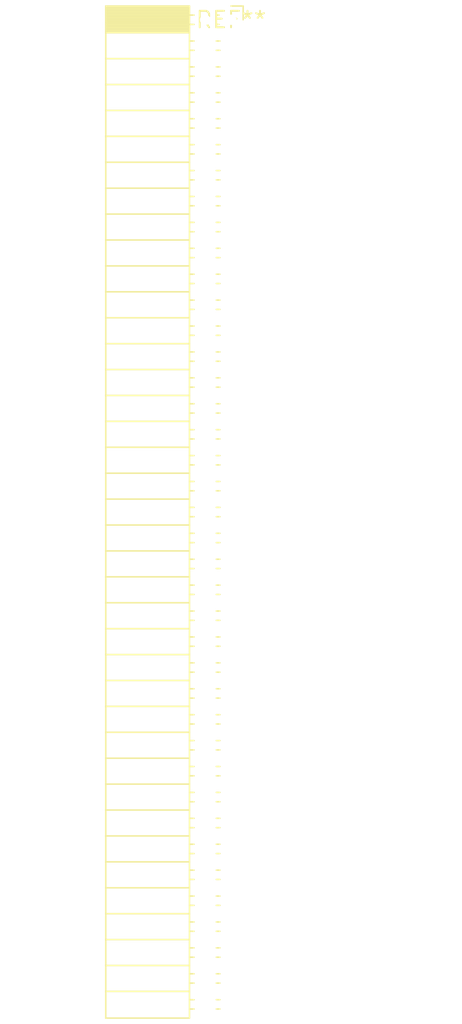
<source format=kicad_pcb>
(kicad_pcb (version 20240108) (generator pcbnew)
  (layers (0 "F.Cu" signal) (31 "B.Cu" signal) (34 "B.Paste" user) (35 "F.Paste" user) (36 "B.SilkS" user "B.Silkscreen") (37 "F.SilkS" user "F.Silkscreen") (38 "B.Mask" user) (39 "F.Mask" user) (44 "Edge.Cuts" user))
  (net 0 "")
  (footprint "PinSocket_2x39_P2.00mm_Horizontal" (layer "F.Cu") (at 0 0)
    (property "Reference" "REF**")
    (property "Value" "PinSocket_2x39_P2.00mm_Horizontal")
    (fp_line (start -9.68 -1.06) (end -9.68 77.06) (layer "F.SilkS") (stroke (width 0.12)))
    (fp_line (start -9.68 -1.06) (end -3.21 -1.06) (layer "F.SilkS") (stroke (width 0.12)))
    (fp_line (start -9.68 -0.94) (end -3.21 -0.94) (layer "F.SilkS") (stroke (width 0.12)))
    (fp_line (start -9.68 -0.825882) (end -3.21 -0.825882) (layer "F.SilkS") (stroke (width 0.12)))
    (fp_line (start -9.68 -0.711764) (end -3.21 -0.711764) (layer "F.SilkS") (stroke (width 0.12)))
    (fp_line (start -9.68 -0.597646) (end -3.21 -0.597646) (layer "F.SilkS") (stroke (width 0.12)))
    (fp_line (start -9.68 -0.483528) (end -3.21 -0.483528) (layer "F.SilkS") (stroke (width 0.12)))
    (fp_line (start -9.68 -0.36941) (end -3.21 -0.36941) (layer "F.SilkS") (stroke (width 0.12)))
    (fp_line (start -9.68 -0.255292) (end -3.21 -0.255292) (layer "F.SilkS") (stroke (width 0.12)))
    (fp_line (start -9.68 -0.141174) (end -3.21 -0.141174) (layer "F.SilkS") (stroke (width 0.12)))
    (fp_line (start -9.68 -0.027056) (end -3.21 -0.027056) (layer "F.SilkS") (stroke (width 0.12)))
    (fp_line (start -9.68 0.087062) (end -3.21 0.087062) (layer "F.SilkS") (stroke (width 0.12)))
    (fp_line (start -9.68 0.20118) (end -3.21 0.20118) (layer "F.SilkS") (stroke (width 0.12)))
    (fp_line (start -9.68 0.315298) (end -3.21 0.315298) (layer "F.SilkS") (stroke (width 0.12)))
    (fp_line (start -9.68 0.429416) (end -3.21 0.429416) (layer "F.SilkS") (stroke (width 0.12)))
    (fp_line (start -9.68 0.543534) (end -3.21 0.543534) (layer "F.SilkS") (stroke (width 0.12)))
    (fp_line (start -9.68 0.657652) (end -3.21 0.657652) (layer "F.SilkS") (stroke (width 0.12)))
    (fp_line (start -9.68 0.77177) (end -3.21 0.77177) (layer "F.SilkS") (stroke (width 0.12)))
    (fp_line (start -9.68 0.885888) (end -3.21 0.885888) (layer "F.SilkS") (stroke (width 0.12)))
    (fp_line (start -9.68 1) (end -3.21 1) (layer "F.SilkS") (stroke (width 0.12)))
    (fp_line (start -9.68 3) (end -3.21 3) (layer "F.SilkS") (stroke (width 0.12)))
    (fp_line (start -9.68 5) (end -3.21 5) (layer "F.SilkS") (stroke (width 0.12)))
    (fp_line (start -9.68 7) (end -3.21 7) (layer "F.SilkS") (stroke (width 0.12)))
    (fp_line (start -9.68 9) (end -3.21 9) (layer "F.SilkS") (stroke (width 0.12)))
    (fp_line (start -9.68 11) (end -3.21 11) (layer "F.SilkS") (stroke (width 0.12)))
    (fp_line (start -9.68 13) (end -3.21 13) (layer "F.SilkS") (stroke (width 0.12)))
    (fp_line (start -9.68 15) (end -3.21 15) (layer "F.SilkS") (stroke (width 0.12)))
    (fp_line (start -9.68 17) (end -3.21 17) (layer "F.SilkS") (stroke (width 0.12)))
    (fp_line (start -9.68 19) (end -3.21 19) (layer "F.SilkS") (stroke (width 0.12)))
    (fp_line (start -9.68 21) (end -3.21 21) (layer "F.SilkS") (stroke (width 0.12)))
    (fp_line (start -9.68 23) (end -3.21 23) (layer "F.SilkS") (stroke (width 0.12)))
    (fp_line (start -9.68 25) (end -3.21 25) (layer "F.SilkS") (stroke (width 0.12)))
    (fp_line (start -9.68 27) (end -3.21 27) (layer "F.SilkS") (stroke (width 0.12)))
    (fp_line (start -9.68 29) (end -3.21 29) (layer "F.SilkS") (stroke (width 0.12)))
    (fp_line (start -9.68 31) (end -3.21 31) (layer "F.SilkS") (stroke (width 0.12)))
    (fp_line (start -9.68 33) (end -3.21 33) (layer "F.SilkS") (stroke (width 0.12)))
    (fp_line (start -9.68 35) (end -3.21 35) (layer "F.SilkS") (stroke (width 0.12)))
    (fp_line (start -9.68 37) (end -3.21 37) (layer "F.SilkS") (stroke (width 0.12)))
    (fp_line (start -9.68 39) (end -3.21 39) (layer "F.SilkS") (stroke (width 0.12)))
    (fp_line (start -9.68 41) (end -3.21 41) (layer "F.SilkS") (stroke (width 0.12)))
    (fp_line (start -9.68 43) (end -3.21 43) (layer "F.SilkS") (stroke (width 0.12)))
    (fp_line (start -9.68 45) (end -3.21 45) (layer "F.SilkS") (stroke (width 0.12)))
    (fp_line (start -9.68 47) (end -3.21 47) (layer "F.SilkS") (stroke (width 0.12)))
    (fp_line (start -9.68 49) (end -3.21 49) (layer "F.SilkS") (stroke (width 0.12)))
    (fp_line (start -9.68 51) (end -3.21 51) (layer "F.SilkS") (stroke (width 0.12)))
    (fp_line (start -9.68 53) (end -3.21 53) (layer "F.SilkS") (stroke (width 0.12)))
    (fp_line (start -9.68 55) (end -3.21 55) (layer "F.SilkS") (stroke (width 0.12)))
    (fp_line (start -9.68 57) (end -3.21 57) (layer "F.SilkS") (stroke (width 0.12)))
    (fp_line (start -9.68 59) (end -3.21 59) (layer "F.SilkS") (stroke (width 0.12)))
    (fp_line (start -9.68 61) (end -3.21 61) (layer "F.SilkS") (stroke (width 0.12)))
    (fp_line (start -9.68 63) (end -3.21 63) (layer "F.SilkS") (stroke (width 0.12)))
    (fp_line (start -9.68 65) (end -3.21 65) (layer "F.SilkS") (stroke (width 0.12)))
    (fp_line (start -9.68 67) (end -3.21 67) (layer "F.SilkS") (stroke (width 0.12)))
    (fp_line (start -9.68 69) (end -3.21 69) (layer "F.SilkS") (stroke (width 0.12)))
    (fp_line (start -9.68 71) (end -3.21 71) (layer "F.SilkS") (stroke (width 0.12)))
    (fp_line (start -9.68 73) (end -3.21 73) (layer "F.SilkS") (stroke (width 0.12)))
    (fp_line (start -9.68 75) (end -3.21 75) (layer "F.SilkS") (stroke (width 0.12)))
    (fp_line (start -9.68 77.06) (end -3.21 77.06) (layer "F.SilkS") (stroke (width 0.12)))
    (fp_line (start -3.21 -1.06) (end -3.21 77.06) (layer "F.SilkS") (stroke (width 0.12)))
    (fp_line (start -3.21 -0.36) (end -2.862917 -0.36) (layer "F.SilkS") (stroke (width 0.12)))
    (fp_line (start -3.21 0.36) (end -2.862917 0.36) (layer "F.SilkS") (stroke (width 0.12)))
    (fp_line (start -3.21 1.64) (end -2.862917 1.64) (layer "F.SilkS") (stroke (width 0.12)))
    (fp_line (start -3.21 2.36) (end -2.862917 2.36) (layer "F.SilkS") (stroke (width 0.12)))
    (fp_line (start -3.21 3.64) (end -2.862917 3.64) (layer "F.SilkS") (stroke (width 0.12)))
    (fp_line (start -3.21 4.36) (end -2.862917 4.36) (layer "F.SilkS") (stroke (width 0.12)))
    (fp_line (start -3.21 5.64) (end -2.862917 5.64) (layer "F.SilkS") (stroke (width 0.12)))
    (fp_line (start -3.21 6.36) (end -2.862917 6.36) (layer "F.SilkS") (stroke (width 0.12)))
    (fp_line (start -3.21 7.64) (end -2.862917 7.64) (layer "F.SilkS") (stroke (width 0.12)))
    (fp_line (start -3.21 8.36) (end -2.862917 8.36) (layer "F.SilkS") (stroke (width 0.12)))
    (fp_line (start -3.21 9.64) (end -2.862917 9.64) (layer "F.SilkS") (stroke (width 0.12)))
    (fp_line (start -3.21 10.36) (end -2.862917 10.36) (layer "F.SilkS") (stroke (width 0.12)))
    (fp_line (start -3.21 11.64) (end -2.862917 11.64) (layer "F.SilkS") (stroke (width 0.12)))
    (fp_line (start -3.21 12.36) (end -2.862917 12.36) (layer "F.SilkS") (stroke (width 0.12)))
    (fp_line (start -3.21 13.64) (end -2.862917 13.64) (layer "F.SilkS") (stroke (width 0.12)))
    (fp_line (start -3.21 14.36) (end -2.862917 14.36) (layer "F.SilkS") (stroke (width 0.12)))
    (fp_line (start -3.21 15.64) (end -2.862917 15.64) (layer "F.SilkS") (stroke (width 0.12)))
    (fp_line (start -3.21 16.36) (end -2.862917 16.36) (layer "F.SilkS") (stroke (width 0.12)))
    (fp_line (start -3.21 17.64) (end -2.862917 17.64) (layer "F.SilkS") (stroke (width 0.12)))
    (fp_line (start -3.21 18.36) (end -2.862917 18.36) (layer "F.SilkS") (stroke (width 0.12)))
    (fp_line (start -3.21 19.64) (end -2.862917 19.64) (layer "F.SilkS") (stroke (width 0.12)))
    (fp_line (start -3.21 20.36) (end -2.862917 20.36) (layer "F.SilkS") (stroke (width 0.12)))
    (fp_line (start -3.21 21.64) (end -2.862917 21.64) (layer "F.SilkS") (stroke (width 0.12)))
    (fp_line (start -3.21 22.36) (end -2.862917 22.36) (layer "F.SilkS") (stroke (width 0.12)))
    (fp_line (start -3.21 23.64) (end -2.862917 23.64) (layer "F.SilkS") (stroke (width 0.12)))
    (fp_line (start -3.21 24.36) (end -2.862917 24.36) (layer "F.SilkS") (stroke (width 0.12)))
    (fp_line (start -3.21 25.64) (end -2.862917 25.64) (layer "F.SilkS") (stroke (width 0.12)))
    (fp_line (start -3.21 26.36) (end -2.862917 26.36) (layer "F.SilkS") (stroke (width 0.12)))
    (fp_line (start -3.21 27.64) (end -2.862917 27.64) (layer "F.SilkS") (stroke (width 0.12)))
    (fp_line (start -3.21 28.36) (end -2.862917 28.36) (layer "F.SilkS") (stroke (width 0.12)))
    (fp_line (start -3.21 29.64) (end -2.862917 29.64) (layer "F.SilkS") (stroke (width 0.12)))
    (fp_line (start -3.21 30.36) (end -2.862917 30.36) (layer "F.SilkS") (stroke (width 0.12)))
    (fp_line (start -3.21 31.64) (end -2.862917 31.64) (layer "F.SilkS") (stroke (width 0.12)))
    (fp_line (start -3.21 32.36) (end -2.862917 32.36) (layer "F.SilkS") (stroke (width 0.12)))
    (fp_line (start -3.21 33.64) (end -2.862917 33.64) (layer "F.SilkS") (stroke (width 0.12)))
    (fp_line (start -3.21 34.36) (end -2.862917 34.36) (layer "F.SilkS") (stroke (width 0.12)))
    (fp_line (start -3.21 35.64) (end -2.862917 35.64) (layer "F.SilkS") (stroke (width 0.12)))
    (fp_line (start -3.21 36.36) (end -2.862917 36.36) (layer "F.SilkS") (stroke (width 0.12)))
    (fp_line (start -3.21 37.64) (end -2.862917 37.64) (layer "F.SilkS") (stroke (width 0.12)))
    (fp_line (start -3.21 38.36) (end -2.862917 38.36) (layer "F.SilkS") (stroke (width 0.12)))
    (fp_line (start -3.21 39.64) (end -2.862917 39.64) (layer "F.SilkS") (stroke (width 0.12)))
    (fp_line (start -3.21 40.36) (end -2.862917 40.36) (layer "F.SilkS") (stroke (width 0.12)))
    (fp_line (start -3.21 41.64) (end -2.862917 41.64) (layer "F.SilkS") (stroke (width 0.12)))
    (fp_line (start -3.21 42.36) (end -2.862917 42.36) (layer "F.SilkS") (stroke (width 0.12)))
    (fp_line (start -3.21 43.64) (end -2.862917 43.64) (layer "F.SilkS") (stroke (width 0.12)))
    (fp_line (start -3.21 44.36) (end -2.862917 44.36) (layer "F.SilkS") (stroke (width 0.12)))
    (fp_line (start -3.21 45.64) (end -2.862917 45.64) (layer "F.SilkS") (stroke (width 0.12)))
    (fp_line (start -3.21 46.36) (end -2.862917 46.36) (layer "F.SilkS") (stroke (width 0.12)))
    (fp_line (start -3.21 47.64) (end -2.862917 47.64) (layer "F.SilkS") (stroke (width 0.12)))
    (fp_line (start -3.21 48.36) (end -2.862917 48.36) (layer "F.SilkS") (stroke (width 0.12)))
    (fp_line (start -3.21 49.64) (end -2.862917 49.64) (layer "F.SilkS") (stroke (width 0.12)))
    (fp_line (start -3.21 50.36) (end -2.862917 50.36) (layer "F.SilkS") (stroke (width 0.12)))
    (fp_line (start -3.21 51.64) (end -2.862917 51.64) (layer "F.SilkS") (stroke (width 0.12)))
    (fp_line (start -3.21 52.36) (end -2.862917 52.36) (layer "F.SilkS") (stroke (width 0.12)))
    (fp_line (start -3.21 53.64) (end -2.862917 53.64) (layer "F.SilkS") (stroke (width 0.12)))
    (fp_line (start -3.21 54.36) (end -2.862917 54.36) (layer "F.SilkS") (stroke (width 0.12)))
    (fp_line (start -3.21 55.64) (end -2.862917 55.64) (layer "F.SilkS") (stroke (width 0.12)))
    (fp_line (start -3.21 56.36) (end -2.862917 56.36) (layer "F.SilkS") (stroke (width 0.12)))
    (fp_line (start -3.21 57.64) (end -2.862917 57.64) (layer "F.SilkS") (stroke (width 0.12)))
    (fp_line (start -3.21 58.36) (end -2.862917 58.36) (layer "F.SilkS") (stroke (width 0.12)))
    (fp_line (start -3.21 59.64) (end -2.862917 59.64) (layer "F.SilkS") (stroke (width 0.12)))
    (fp_line (start -3.21 60.36) (end -2.862917 60.36) (layer "F.SilkS") (stroke (width 0.12)))
    (fp_line (start -3.21 61.64) (end -2.862917 61.64) (layer "F.SilkS") (stroke (width 0.12)))
    (fp_line (start -3.21 62.36) (end -2.862917 62.36) (layer "F.SilkS") (stroke (width 0.12)))
    (fp_line (start -3.21 63.64) (end -2.862917 63.64) (layer "F.SilkS") (stroke (width 0.12)))
    (fp_line (start -3.21 64.36) (end -2.862917 64.36) (layer "F.SilkS") (stroke (width 0.12)))
    (fp_line (start -3.21 65.64) (end -2.862917 65.64) (layer "F.SilkS") (stroke (width 0.12)))
    (fp_line (start -3.21 66.36) (end -2.862917 66.36) (layer "F.SilkS") (stroke (width 0.12)))
    (fp_line (start -3.21 67.64) (end -2.862917 67.64) (layer "F.SilkS") (stroke (width 0.12)))
    (fp_line (start -3.21 68.36) (end -2.862917 68.36) (layer "F.SilkS") (stroke (width 0.12)))
    (fp_line (start -3.21 69.64) (end -2.862917 69.64) (layer "F.SilkS") (stroke (width 0.12)))
    (fp_line (start -3.21 70.36) (end -2.862917 70.36) (layer "F.SilkS") (stroke (width 0.12)))
    (fp_line (start -3.21 71.64) (end -2.862917 71.64) (layer "F.SilkS") (stroke (width 0.12)))
    (fp_line (start -3.21 72.36) (end -2.862917 72.36) (layer "F.SilkS") (stroke (width 0.12)))
    (fp_line (start -3.21 73.64) (end -2.862917 73.64) (layer "F.SilkS") (stroke (width 0.12)))
    (fp_line (start -3.21 74.36) (end -2.862917 74.36) (layer "F.SilkS") (stroke (width 0.12)))
    (fp_line (start -3.21 75.64) (end -2.862917 75.64) (layer "F.SilkS") (stroke (width 0.12)))
    (fp_line (start -3.21 76.36) (end -2.862917 76.36) (layer "F.SilkS") (stroke (width 0.12)))
    (fp_line (start -1.137083 -0.36) (end -0.935 -0.36) (layer "F.SilkS") (stroke (width 0.12)))
    (fp_line (start -1.137083 0.36) (end -0.935 0.36) (layer "F.SilkS") (stroke (width 0.12)))
    (fp_line (start -1.137083 1.64) (end -0.862917 1.64) (layer "F.SilkS") (stroke (width 0.12)))
    (fp_line (start -1.137083 2.36) (end -0.862917 2.36) (layer "F.SilkS") (stroke (width 0.12)))
    (fp_line (start -1.137083 3.64) (end -0.862917 3.64) (layer "F.SilkS") (stroke (width 0.12)))
    (fp_line (start -1.137083 4.36) (end -0.862917 4.36) (layer "F.SilkS") (stroke (width 0.12)))
    (fp_line (start -1.137083 5.64) (end -0.862917 5.64) (layer "F.SilkS") (stroke (width 0.12)))
    (fp_line (start -1.137083 6.36) (end -0.862917 6.36) (layer "F.SilkS") (stroke (width 0.12)))
    (fp_line (start -1.137083 7.64) (end -0.862917 7.64) (layer "F.SilkS") (stroke (width 0.12)))
    (fp_line (start -1.137083 8.36) (end -0.862917 8.36) (layer "F.SilkS") (stroke (width 0.12)))
    (fp_line (start -1.137083 9.64) (end -0.862917 9.64) (layer "F.SilkS") (stroke (width 0.12)))
    (fp_line (start -1.137083 10.36) (end -0.862917 10.36) (layer "F.SilkS") (stroke (width 0.12)))
    (fp_line (start -1.137083 11.64) (end -0.862917 11.64) (layer "F.SilkS") (stroke (width 0.12)))
    (fp_line (start -1.137083 12.36) (end -0.862917 12.36) (layer "F.SilkS") (stroke (width 0.12)))
    (fp_line (start -1.137083 13.64) (end -0.862917 13.64) (layer "F.SilkS") (stroke (width 0.12)))
    (fp_line (start -1.137083 14.36) (end -0.862917 14.36) (layer "F.SilkS") (stroke (width 0.12)))
    (fp_line (start -1.137083 15.64) (end -0.862917 15.64) (layer "F.SilkS") (stroke (width 0.12)))
    (fp_line (start -1.137083 16.36) (end -0.862917 16.36) (layer "F.SilkS") (stroke (width 0.12)))
    (fp_line (start -1.137083 17.64) (end -0.862917 17.64) (layer "F.SilkS") (stroke (width 0.12)))
    (fp_line (start -1.137083 18.36) (end -0.862917 18.36) (layer "F.SilkS") (stroke (width 0.12)))
    (fp_line (start -1.137083 19.64) (end -0.862917 19.64) (layer "F.SilkS") (stroke (width 0.12)))
    (fp_line (start -1.137083 20.36) (end -0.862917 20.36) (layer "F.SilkS") (stroke (width 0.12)))
    (fp_line (start -1.137083 21.64) (end -0.862917 21.64) (layer "F.SilkS") (stroke (width 0.12)))
    (fp_line (start -1.137083 22.36) (end -0.862917 22.36) (layer "F.SilkS") (stroke (width 0.12)))
    (fp_line (start -1.137083 23.64) (end -0.862917 23.64) (layer "F.SilkS") (stroke (width 0.12)))
    (fp_line (start -1.137083 24.36) (end -0.862917 24.36) (layer "F.SilkS") (stroke (width 0.12)))
    (fp_line (start -1.137083 25.64) (end -0.862917 25.64) (layer "F.SilkS") (stroke (width 0.12)))
    (fp_line (start -1.137083 26.36) (end -0.862917 26.36) (layer "F.SilkS") (stroke (width 0.12)))
    (fp_line (start -1.137083 27.64) (end -0.862917 27.64) (layer "F.SilkS") (stroke (width 0.12)))
    (fp_line (start -1.137083 28.36) (end -0.862917 28.36) (layer "F.SilkS") (stroke (width 0.12)))
    (fp_line (start -1.137083 29.64) (end -0.862917 29.64) (layer "F.SilkS") (stroke (width 0.12)))
    (fp_line (start -1.137083 30.36) (end -0.862917 30.36) (layer "F.SilkS") (stroke (width 0.12)))
    (fp_line (start -1.137083 31.64) (end -0.862917 31.64) (layer "F.SilkS") (stroke (width 0.12)))
    (fp_line (start -1.137083 32.36) (end -0.862917 32.36) (layer "F.SilkS") (stroke (width 0.12)))
    (fp_line (start -1.137083 33.64) (end -0.862917 33.64) (layer "F.SilkS") (stroke (width 0.12)))
    (fp_line (start -1.137083 34.36) (end -0.862917 34.36) (layer "F.SilkS") (stroke (width 0.12)))
    (fp_line (start -1.137083 35.64) (end -0.862917 35.64) (layer "F.SilkS") (stroke (width 0.12)))
    (fp_line (start -1.137083 36.36) (end -0.862917 36.36) (layer "F.SilkS") (stroke (width 0.12)))
    (fp_line (start -1.137083 37.64) (end -0.862917 37.64) (layer "F.SilkS") (stroke (width 0.12)))
    (fp_line (start -1.137083 38.36) (end -0.862917 38.36) (layer "F.SilkS") (stroke (width 0.12)))
    (fp_line (start -1.137083 39.64) (end -0.862917 39.64) (layer "F.SilkS") (stroke (width 0.12)))
    (fp_line (start -1.137083 40.36) (end -0.862917 40.36) (layer "F.SilkS") (stroke (width 0.12)))
    (fp_line (start -1.137083 41.64) (end -0.862917 41.64) (layer "F.SilkS") (stroke (width 0.12)))
    (fp_line (start -1.137083 42.36) (end -0.862917 42.36) (layer "F.SilkS") (stroke (width 0.12)))
    (fp_line (start -1.137083 43.64) (end -0.862917 43.64) (layer "F.SilkS") (stroke (width 0.12)))
    (fp_line (start -1.137083 44.36) (end -0.862917 44.36) (layer "F.SilkS") (stroke (width 0.12)))
    (fp_line (start -1.137083 45.64) (end -0.862917 45.64) (layer "F.SilkS") (stroke (width 0.12)))
    (fp_line (start -1.137083 46.36) (end -0.862917 46.36) (layer "F.SilkS") (stroke (width 0.12)))
    (fp_line (start -1.137083 47.64) (end -0.862917 47.64) (layer "F.SilkS") (stroke (width 0.12)))
    (fp_line (start -1.137083 48.36) (end -0.862917 48.36) (layer "F.SilkS") (stroke (width 0.12)))
    (fp_line (start -1.137083 49.64) (end -0.862917 49.64) (layer "F.SilkS") (stroke (width 0.12)))
    (fp_line (start -1.137083 50.36) (end -0.862917 50.36) (layer "F.SilkS") (stroke (width 0.12)))
    (fp_line (start -1.137083 51.64) (end -0.862917 51.64) (layer "F.SilkS") (stroke (width 0.12)))
    (fp_line (start -1.137083 52.36) (end -0.862917 52.36) (layer "F.SilkS") (stroke (width 0.12)))
    (fp_line (start -1.137083 53.64) (end -0.862917 53.64) (layer "F.SilkS") (stroke (width 0.12)))
    (fp_line (start -1.137083 54.36) (end -0.862917 54.36) (layer "F.SilkS") (stroke (width 0.12)))
    (fp_line (start -1.137083 55.64) (end -0.862917 55.64) (layer "F.SilkS") (stroke (width 0.12)))
    (fp_line (start -1.137083 56.36) (end -0.862917 56.36) (layer "F.SilkS") (stroke (width 0.12)))
    (fp_line (start -1.137083 57.64) (end -0.862917 57.64) (layer "F.SilkS") (stroke (width 0.12)))
    (fp_line (start -1.137083 58.36) (end -0.862917 58.36) (layer "F.SilkS") (stroke (width 0.12)))
    (fp_line (start -1.137083 59.64) (end -0.862917 59.64) (layer "F.SilkS") (stroke (width 0.12)))
    (fp_line (start -1.137083 60.36) (end -0.862917 60.36) (layer "F.SilkS") (stroke (width 0.12)))
    (fp_line (start -1.137083 61.64) (end -0.862917 61.64) (layer "F.SilkS") (stroke (width 0.12)))
    (fp_line (start -1.137083 62.36) (end -0.862917 62.36) (layer "F.SilkS") (stroke (width 0.12)))
    (fp_line (start -1.137083 63.64) (end -0.862917 63.64) (layer "F.SilkS") (stroke (width 0.12)))
    (fp_line (start -1.137083 64.36) (end -0.862917 64.36) (layer "F.SilkS") (stroke (width 0.12)))
    (fp_line (start -1.137083 65.64) (end -0.862917 65.64) (layer "F.SilkS") (stroke (width 0.12)))
    (fp_line (start -1.137083 66.36) (end -0.862917 66.36) (layer "F.SilkS") (stroke (width 0.12)))
    (fp_line (start -1.137083 67.64) (end -0.862917 67.64) (layer "F.SilkS") (stroke (width 0.12)))
    (fp_line (start -1.137083 68.36) (end -0.862917 68.36) (layer "F.SilkS") (stroke (width 0.12)))
    (fp_line (start -1.137083 69.64) (end -0.862917 69.64) (layer "F.SilkS") (stroke (width 0.12)))
    (fp_line (start -1.137083 70.36) (end -0.862917 70.36) (layer "F.SilkS") (stroke (width 0.12)))
    (fp_line (start -1.137083 71.64) (end -0.862917 71.64) (layer "F.SilkS") (stroke (width 0.12)))
    (fp_line (start -1.137083 72.36) (end -0.862917 72.36) (layer "F.SilkS") (stroke (width 0.12)))
    (fp_line (start -1.137083 73.64) (end -0.862917 73.64) (layer "F.SilkS") (stroke (width 0.12)))
    (fp_line (start -1.137083 74.36) (end -0.862917 74.36) (layer "F.SilkS") (stroke (width 0.12)))
    (fp_line (start -1.137083 75.64) (end -0.862917 75.64) (layer "F.SilkS") (stroke (width 0.12)))
    (fp_line (start -1.137083 76.36) (end -0.862917 76.36) (layer "F.SilkS") (stroke (width 0.12)))
    (fp_line (start 0 -1.06) (end 0.935 -1.06) (layer "F.SilkS") (stroke (width 0.12)))
    (fp_line (start 0.935 -1.06) (end 0.935 0) (layer "F.SilkS") (stroke (width 0.12)))
    (pad "1" thru_hole rect (at 0 0) (size 1.35 1.35) (drill 0.8) (layers *.Cu *.Mask) (remove_unused_layers))
    (pad "2" thru_hole oval (at -2 0) (size 1.35 1.35) (drill 0.8) (layers *.Cu *.Mask) (remove_unused_layers))
    (pad "3" thru_hole oval (at 0 2) (size 1.35 1.35) (drill 0.8) (layers *.Cu *.Mask) (remove_unused_layers))
    (pad "4" thru_hole oval (at -2 2) (size 1.35 1.35) (drill 0.8) (layers *.Cu *.Mask) (remove_unused_layers))
    (pad "5" thru_hole oval (at 0 4) (size 1.35 1.35) (drill 0.8) (layers *.Cu *.Mask) (remove_unused_layers))
    (pad "6" thru_hole oval (at -2 4) (size 1.35 1.35) (drill 0.8) (layers *.Cu *.Mask) (remove_unused_layers))
    (pad "7" thru_hole oval (at 0 6) (size 1.35 1.35) (drill 0.8) (layers *.Cu *.Mask) (remove_unused_layers))
    (pad "8" thru_hole oval (at -2 6) (size 1.35 1.35) (drill 0.8) (layers *.Cu *.Mask) (remove_unused_layers))
    (pad "9" thru_hole oval (at 0 8) (size 1.35 1.35) (drill 0.8) (layers *.Cu *.Mask) (remove_unused_layers))
    (pad "10" thru_hole oval (at -2 8) (size 1.35 1.35) (drill 0.8) (layers *.Cu *.Mask) (remove_unused_layers))
    (pad "11" thru_hole oval (at 0 10) (size 1.35 1.35) (drill 0.8) (layers *.Cu *.Mask) (remove_unused_layers))
    (pad "12" thru_hole oval (at -2 10) (size 1.35 1.35) (drill 0.8) (layers *.Cu *.Mask) (remove_unused_layers))
    (pad "13" thru_hole oval (at 0 12) (size 1.35 1.35) (drill 0.8) (layers *.Cu *.Mask) (remove_unused_layers))
    (pad "14" thru_hole oval (at -2 12) (size 1.35 1.35) (drill 0.8) (layers *.Cu *.Mask) (remove_unused_layers))
    (pad "15" thru_hole oval (at 0 14) (size 1.35 1.35) (drill 0.8) (layers *.Cu *.Mask) (remove_unused_layers))
    (pad "16" thru_hole oval (at -2 14) (size 1.35 1.35) (drill 0.8) (layers *.Cu *.Mask) (remove_unused_layers))
    (pad "17" thru_hole oval (at 0 16) (size 1.35 1.35) (drill 0.8) (layers *.Cu *.Mask) (remove_unused_layers))
    (pad "18" thru_hole oval (at -2 16) (size 1.35 1.35) (drill 0.8) (layers *.Cu *.Mask) (remove_unused_layers))
    (pad "19" thru_hole oval (at 0 18) (size 1.35 1.35) (drill 0.8) (layers *.Cu *.Mask) (remove_unused_layers))
    (pad "20" thru_hole oval (at -2 18) (size 1.35 1.35) (drill 0.8) (layers *.Cu *.Mask) (remove_unused_layers))
    (pad "21" thru_hole oval (at 0 20) (size 1.35 1.35) (drill 0.8) (layers *.Cu *.Mask) (remove_unused_layers))
    (pad "22" thru_hole oval (at -2 20) (size 1.35 1.35) (drill 0.8) (layers *.Cu *.Mask) (remove_unused_layers))
    (pad "23" thru_hole oval (at 0 22) (size 1.35 1.35) (drill 0.8) (layers *.Cu *.Mask) (remove_unused_layers))
    (pad "24" thru_hole oval (at -2 22) (size 1.35 1.35) (drill 0.8) (layers *.Cu *.Mask) (remove_unused_layers))
    (pad "25" thru_hole oval (at 0 24) (size 1.35 1.35) (drill 0.8) (layers *.Cu *.Mask) (remove_unused_layers))
    (pad "26" thru_hole oval (at -2 24) (size 1.35 1.35) (drill 0.8) (layers *.Cu *.Mask) (remove_unused_layers))
    (pad "27" thru_hole oval (at 0 26) (size 1.35 1.35) (drill 0.8) (layers *.Cu *.Mask) (remove_unused_layers))
    (pad "28" thru_hole oval (at -2 26) (size 1.35 1.35) (drill 0.8) (layers *.Cu *.Mask) (remove_unused_layers))
    (pad "29" thru_hole oval (at 0 28) (size 1.35 1.35) (drill 0.8) (layers *.Cu *.Mask) (remove_unused_layers))
    (pad "30" thru_hole oval (at -2 28) (size 1.35 1.35) (drill 0.8) (layers *.Cu *.Mask) (remove_unused_layers))
    (pad "31" thru_hole oval (at 0 30) (size 1.35 1.35) (drill 0.8) (layers *.Cu *.Mask) (remove_unused_layers))
    (pad "32" thru_hole oval (at -2 30) (size 1.35 1.35) (drill 0.8) (layers *.Cu *.Mask) (remove_unused_layers))
    (pad "33" thru_hole oval (at 0 32) (size 1.35 1.35) (drill 0.8) (layers *.Cu *.Mask) (remove_unused_layers))
    (pad "34" thru_hole oval (at -2 32) (size 1.35 1.35) (drill 0.8) (layers *.Cu *.Mask) (remove_unused_layers))
    (pad "35" thru_hole oval (at 0 34) (size 1.35 1.35) (drill 0.8) (layers *.Cu *.Mask) (remove_unused_layers))
    (pad "36" thru_hole oval (at -2 34) (size 1.35 1.35) (drill 0.8) (layers *.Cu *.Mask) (remove_unused_layers))
    (pad "37" thru_hole oval (at 0 36) (size 1.35 1.35) (drill 0.8) (layers *.Cu *.Mask) (remove_unused_layers))
    (pad "38" thru_hole oval (at -2 36) (size 1.35 1.35) (drill 0.8) (layers *.Cu *.Mask) (remove_unused_layers))
    (pad "39" thru_hole oval (at 0 38) (size 1.35 1.35) (drill 0.8) (layers *.Cu *.Mask) (remove_unused_layers))
    (pad "40" thru_hole oval (at -2 38) (size 1.35 1.35) (drill 0.8) (layers *.Cu *.Mask) (remove_unused_layers))
    (pad "41" thru_hole oval (at 0 40) (size 1.35 1.35) (drill 0.8) (layers *.Cu *.Mask) (remove_unused_layers))
    (pad "42" thru_hole oval (at -2 40) (size 1.35 1.35) (drill 0.8) (layers *.Cu *.Mask) (remove_unused_layers))
    (pad "43" thru_hole oval (at 0 42) (size 1.35 1.35) (drill 0.8) (layers *.Cu *.Mask) (remove_unused_layers))
    (pad "44" thru_hole oval (at -2 42) (size 1.35 1.35) (drill 0.8) (layers *.Cu *.Mask) (remove_unused_layers))
    (pad "45" thru_hole oval (at 0 44) (size 1.35 1.35) (drill 0.8) (layers *.Cu *.Mask) (remove_unused_layers))
    (pad "46" thru_hole oval (at -2 44) (size 1.35 1.35) (drill 0.8) (layers *.Cu *.Mask) (remove_unused_layers))
    (pad "47" thru_hole oval (at 0 46) (size 1.35 1.35) (drill 0.8) (layers *.Cu *.Mask) (remove_unused_layers))
    (pad "48" thru_hole oval (at -2 46) (size 1.35 1.35) (drill 0.8) (layers *.Cu *.Mask) (remove_unused_layers))
    (pad "49" thru_hole oval (at 0 48) (size 1.35 1.35) (drill 0.8) (layers *.Cu *.Mask) (remove_unused_layers))
    (pad "50" thru_hole oval (at -2 48) (size 1.35 1.35) (drill 0.8) (layers *.Cu *.Mask) (remove_unused_layers))
    (pad "51" thru_hole oval (at 0 50) (size 1.35 1.35) (drill 0.8) (layers *.Cu *.Mask) (remove_unused_layers))
    (pad "52" thru_hole oval (at -2 50) (size 1.35 1.35) (drill 0.8) (layers *.Cu *.Mask) (remove_unused_layers))
    (pad "53" thru_hole oval (at 0 52) (size 1.35 1.35) (drill 0.8) (layers *.Cu *.Mask) (remove_unused_layers))
    (pad "54" thru_hole oval (at -2 52) (size 1.35 1.35) (drill 0.8) (layers *.Cu *.Mask) (remove_unused_layers))
    (pad "55" thru_hole oval (at 0 54) (size 1.35 1.35) (drill 0.8) (layers *.Cu *.Mask) (remove_unused_layers))
    (pad "56" thru_hole oval (at -2 54) (size 1.35 1.35) (drill 0.8) (layers *.Cu *.Mask) (remove_unused_layers))
    (pad "57" thru_hole oval (at 0 56) (size 1.35 1.35) (drill 0.8) (layers *.Cu *.Mask) (remove_unused_layers))
    (pad "58" thru_hole oval (at -2 56) (size 1.35 1.35) (drill 0.8) (layers *.Cu *.Mask) (remove_unused_layers))
    (pad "59" thru_hole oval (at 0 58) (size 1.35 1.35) (drill 0.8) (layers *.Cu *.Mask) (remove_unused_layers))
    (pad "60" thru_hole oval (at -2 58) (size 1.35 1.35) (drill 0.8) (layers *.Cu *.Mask) (remove_unused_layers))
    (pad "61" thru_hole oval (at 0 60) (size 1.35 1.35) (drill 0.8) (layers *.Cu *.Mask) (remove_unused_layers))
    (pad "62" thru_hole oval (at -2 60) (size 1.35 1.35) (drill 0.8) (layers *.Cu *.Mask) (remove_unused_layers))
    (pad "63" thru_hole oval (at 0 62) (size 1.35 1.35) (drill 0.8) (layers *.Cu *.Mask) (remove_unused_layers))
    (pad "64" thru_hole oval (at -2 62) (size 1.35 1.35) (drill 0.8) (layers *.Cu *.Mask) (remove_unused_layers))
    (pad "65" thru_hole oval (at 0 64) (size 1.35 1.35) (drill 0.8) (layers *.Cu *.Mask) (remove_unused_layers))
    (pad "66" thru_hole oval (at -2 64) (size 1.35 1.35) (drill 0.8) (layers *.Cu *.Mask) (remove_unused_layers))
    (pad "67" thru_hole oval (at 0 66) (size 1.35 1.35) (drill 0.8) (layers *.Cu *.Mask) (remove_unused_layers))
    (pad "68" thru_hole oval (at -2 66) (size 1.35 1.35) (drill 0.8) (layers *.Cu *.Mask) (remove_unused_layers))
    (pad "69" thru_hole oval (at 0 68) (size 1.35 1.35) (drill 0.8) (layers *.Cu *.Mask) (remove_unused_layers))
    (pad "70" thru_hole oval (at -2 68) (size 1.35 1.35) (drill 0.8) (layers *.Cu *.Mask) (remove_unused_layers))
    (pad "71" thru_hole oval (at 0 70) (size 1.35 1.35) (drill 0.8) (layers *.Cu *.Mask) (remove_unused_layers))
    (pad "72" thru_hole oval (at -2 70) (size 1.35 1.35) (drill 0.8) (layers *.Cu *.Mask) (remove_unused_layers))
    (pad "73" thru_hole oval (at 0 72) (size 1.35 1.35) (drill 0.8) (layers *.Cu *.Mask) (remove_unused_layers))
    (pad "74" thru_hole oval (at -2 72) (size 1.35 1.35) (drill 0.8) (layers *.Cu *.Mask) (remove_unused_layers))
    (pad "75" thru_hole oval (at 0 74) (size 1.35 1.35) (drill 0.8) (layers *.Cu *.Mask) (remove_unused_layers))
    (pad "76" thru_hole oval (at -2 74) (size 1.35 1.35) (drill 0.8) (layers *.Cu *.Mask) (remove_unused_layers))
    (pad "77" thru_hole oval (at 0 76) (size 1.35 1.35) (drill 0.8) (layers *.Cu *.Mask) (remove_unused_layers))
    (pad "78" thru_hole oval (at -2 76) (size 1.35 1.35) (drill 0.8) (layers *.Cu *.Mask) (remove_unused_layers))
  )
)
</source>
